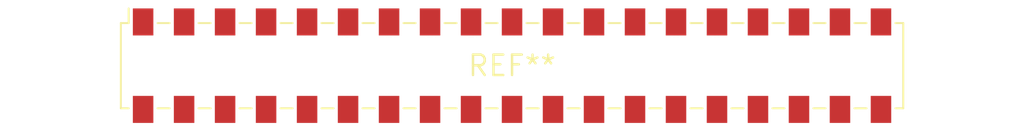
<source format=kicad_pcb>
(kicad_pcb (version 20240108) (generator pcbnew)
  (layers (0 "F.Cu" signal) (31 "B.Cu" signal) (34 "B.Paste" user) (35 "F.Paste" user) (36 "B.SilkS" user "B.Silkscreen") (37 "F.SilkS" user "F.Silkscreen") (38 "B.Mask" user) (39 "F.Mask" user) (44 "Edge.Cuts" user))
  (net 0 "")
  (footprint "Samtec_HLE-119-02-xxx-DV-BE-LC_2x19_P2.54mm_Horizontal" (layer "F.Cu") (at 0 0)
    (property "Reference" "REF**")
    (property "Value" "Samtec_HLE-119-02-xxx-DV-BE-LC_2x19_P2.54mm_Horizontal")
    (fp_line (start -24.24 -2.65) (end -24.24 2.65) (layer "F.SilkS") (stroke (width 0.12)))
    (fp_line (start -24.24 2.65) (end -23.755 2.65) (layer "F.SilkS") (stroke (width 0.12)))
    (fp_line (start -23.755 -3.56) (end -23.755 -2.65) (layer "F.SilkS") (stroke (width 0.12)))
    (fp_line (start -23.755 -2.65) (end -24.24 -2.65) (layer "F.SilkS") (stroke (width 0.12)))
    (fp_line (start -21.965 -2.65) (end -21.215 -2.65) (layer "F.SilkS") (stroke (width 0.12)))
    (fp_line (start -21.965 2.65) (end -21.215 2.65) (layer "F.SilkS") (stroke (width 0.12)))
    (fp_line (start -19.425 -2.65) (end -18.675 -2.65) (layer "F.SilkS") (stroke (width 0.12)))
    (fp_line (start -19.425 2.65) (end -18.675 2.65) (layer "F.SilkS") (stroke (width 0.12)))
    (fp_line (start -16.885 -2.65) (end -16.135 -2.65) (layer "F.SilkS") (stroke (width 0.12)))
    (fp_line (start -16.885 2.65) (end -16.135 2.65) (layer "F.SilkS") (stroke (width 0.12)))
    (fp_line (start -14.345 -2.65) (end -13.595 -2.65) (layer "F.SilkS") (stroke (width 0.12)))
    (fp_line (start -14.345 2.65) (end -13.595 2.65) (layer "F.SilkS") (stroke (width 0.12)))
    (fp_line (start -11.805 -2.65) (end -11.055 -2.65) (layer "F.SilkS") (stroke (width 0.12)))
    (fp_line (start -11.805 2.65) (end -11.055 2.65) (layer "F.SilkS") (stroke (width 0.12)))
    (fp_line (start -9.265 -2.65) (end -8.515 -2.65) (layer "F.SilkS") (stroke (width 0.12)))
    (fp_line (start -9.265 2.65) (end -8.515 2.65) (layer "F.SilkS") (stroke (width 0.12)))
    (fp_line (start -6.725 -2.65) (end -5.975 -2.65) (layer "F.SilkS") (stroke (width 0.12)))
    (fp_line (start -6.725 2.65) (end -5.975 2.65) (layer "F.SilkS") (stroke (width 0.12)))
    (fp_line (start -4.185 -2.65) (end -3.435 -2.65) (layer "F.SilkS") (stroke (width 0.12)))
    (fp_line (start -4.185 2.65) (end -3.435 2.65) (layer "F.SilkS") (stroke (width 0.12)))
    (fp_line (start -1.645 -2.65) (end -0.895 -2.65) (layer "F.SilkS") (stroke (width 0.12)))
    (fp_line (start -1.645 2.65) (end -0.895 2.65) (layer "F.SilkS") (stroke (width 0.12)))
    (fp_line (start 0.895 -2.65) (end 1.645 -2.65) (layer "F.SilkS") (stroke (width 0.12)))
    (fp_line (start 0.895 2.65) (end 1.645 2.65) (layer "F.SilkS") (stroke (width 0.12)))
    (fp_line (start 3.435 -2.65) (end 4.185 -2.65) (layer "F.SilkS") (stroke (width 0.12)))
    (fp_line (start 3.435 2.65) (end 4.185 2.65) (layer "F.SilkS") (stroke (width 0.12)))
    (fp_line (start 5.975 -2.65) (end 6.725 -2.65) (layer "F.SilkS") (stroke (width 0.12)))
    (fp_line (start 5.975 2.65) (end 6.725 2.65) (layer "F.SilkS") (stroke (width 0.12)))
    (fp_line (start 8.515 -2.65) (end 9.265 -2.65) (layer "F.SilkS") (stroke (width 0.12)))
    (fp_line (start 8.515 2.65) (end 9.265 2.65) (layer "F.SilkS") (stroke (width 0.12)))
    (fp_line (start 11.055 -2.65) (end 11.805 -2.65) (layer "F.SilkS") (stroke (width 0.12)))
    (fp_line (start 11.055 2.65) (end 11.805 2.65) (layer "F.SilkS") (stroke (width 0.12)))
    (fp_line (start 13.595 -2.65) (end 14.345 -2.65) (layer "F.SilkS") (stroke (width 0.12)))
    (fp_line (start 13.595 2.65) (end 14.345 2.65) (layer "F.SilkS") (stroke (width 0.12)))
    (fp_line (start 16.135 -2.65) (end 16.885 -2.65) (layer "F.SilkS") (stroke (width 0.12)))
    (fp_line (start 16.135 2.65) (end 16.885 2.65) (layer "F.SilkS") (stroke (width 0.12)))
    (fp_line (start 18.675 -2.65) (end 19.425 -2.65) (layer "F.SilkS") (stroke (width 0.12)))
    (fp_line (start 18.675 2.65) (end 19.425 2.65) (layer "F.SilkS") (stroke (width 0.12)))
    (fp_line (start 21.215 -2.65) (end 21.965 -2.65) (layer "F.SilkS") (stroke (width 0.12)))
    (fp_line (start 21.215 2.65) (end 21.965 2.65) (layer "F.SilkS") (stroke (width 0.12)))
    (fp_line (start 23.755 -2.65) (end 24.24 -2.65) (layer "F.SilkS") (stroke (width 0.12)))
    (fp_line (start 24.24 -2.65) (end 24.24 2.65) (layer "F.SilkS") (stroke (width 0.12)))
    (fp_line (start 24.24 2.65) (end 23.755 2.65) (layer "F.SilkS") (stroke (width 0.12)))
    (pad "" np_thru_hole circle (at -22.86 -1.27) (size 0.97 0.97) (drill 0.97) (layers *.Cu *.Mask))
    (pad "" np_thru_hole circle (at -22.86 1.27) (size 0.97 0.97) (drill 0.97) (layers *.Cu *.Mask))
    (pad "" np_thru_hole circle (at -21.59 0) (size 1.19 1.19) (drill 1.19) (layers *.Cu *.Mask))
    (pad "" np_thru_hole circle (at -20.32 -1.27) (size 0.97 0.97) (drill 0.97) (layers *.Cu *.Mask))
    (pad "" np_thru_hole circle (at -20.32 1.27) (size 0.97 0.97) (drill 0.97) (layers *.Cu *.Mask))
    (pad "" np_thru_hole circle (at -17.78 -1.27) (size 0.97 0.97) (drill 0.97) (layers *.Cu *.Mask))
    (pad "" np_thru_hole circle (at -17.78 1.27) (size 0.97 0.97) (drill 0.97) (layers *.Cu *.Mask))
    (pad "" np_thru_hole circle (at -15.24 -1.27) (size 0.97 0.97) (drill 0.97) (layers *.Cu *.Mask))
    (pad "" np_thru_hole circle (at -15.24 1.27) (size 0.97 0.97) (drill 0.97) (layers *.Cu *.Mask))
    (pad "" np_thru_hole circle (at -12.7 -1.27) (size 0.97 0.97) (drill 0.97) (layers *.Cu *.Mask))
    (pad "" np_thru_hole circle (at -12.7 1.27) (size 0.97 0.97) (drill 0.97) (layers *.Cu *.Mask))
    (pad "" np_thru_hole circle (at -10.16 -1.27) (size 0.97 0.97) (drill 0.97) (layers *.Cu *.Mask))
    (pad "" np_thru_hole circle (at -10.16 1.27) (size 0.97 0.97) (drill 0.97) (layers *.Cu *.Mask))
    (pad "" np_thru_hole circle (at -7.62 -1.27) (size 0.97 0.97) (drill 0.97) (layers *.Cu *.Mask))
    (pad "" np_thru_hole circle (at -7.62 1.27) (size 0.97 0.97) (drill 0.97) (layers *.Cu *.Mask))
    (pad "" np_thru_hole circle (at -5.08 -1.27) (size 0.97 0.97) (drill 0.97) (layers *.Cu *.Mask))
    (pad "" np_thru_hole circle (at -5.08 1.27) (size 0.97 0.97) (drill 0.97) (layers *.Cu *.Mask))
    (pad "" np_thru_hole circle (at -2.54 -1.27) (size 0.97 0.97) (drill 0.97) (layers *.Cu *.Mask))
    (pad "" np_thru_hole circle (at -2.54 1.27) (size 0.97 0.97) (drill 0.97) (layers *.Cu *.Mask))
    (pad "" np_thru_hole circle (at 0 -1.27) (size 0.97 0.97) (drill 0.97) (layers *.Cu *.Mask))
    (pad "" np_thru_hole circle (at 0 1.27) (size 0.97 0.97) (drill 0.97) (layers *.Cu *.Mask))
    (pad "" np_thru_hole circle (at 2.54 -1.27) (size 0.97 0.97) (drill 0.97) (layers *.Cu *.Mask))
    (pad "" np_thru_hole circle (at 2.54 1.27) (size 0.97 0.97) (drill 0.97) (layers *.Cu *.Mask))
    (pad "" np_thru_hole circle (at 5.08 -1.27) (size 0.97 0.97) (drill 0.97) (layers *.Cu *.Mask))
    (pad "" np_thru_hole circle (at 5.08 1.27) (size 0.97 0.97) (drill 0.97) (layers *.Cu *.Mask))
    (pad "" np_thru_hole circle (at 7.62 -1.27) (size 0.97 0.97) (drill 0.97) (layers *.Cu *.Mask))
    (pad "" np_thru_hole circle (at 7.62 1.27) (size 0.97 0.97) (drill 0.97) (layers *.Cu *.Mask))
    (pad "" np_thru_hole circle (at 10.16 -1.27) (size 0.97 0.97) (drill 0.97) (layers *.Cu *.Mask))
    (pad "" np_thru_hole circle (at 10.16 1.27) (size 0.97 0.97) (drill 0.97) (layers *.Cu *.Mask))
    (pad "" np_thru_hole circle (at 12.7 -1.27) (size 0.97 0.97) (drill 0.97) (layers *.Cu *.Mask))
    (pad "" np_thru_hole circle (at 12.7 1.27) (size 0.97 0.97) (drill 0.97) (layers *.Cu *.Mask))
    (pad "" np_thru_hole circle (at 15.24 -1.27) (size 0.97 0.97) (drill 0.97) (layers *.Cu *.Mask))
    (pad "" np_thru_hole circle (at 15.24 1.27) (size 0.97 0.97) (drill 0.97) (layers *.Cu *.Mask))
    (pad "" np_thru_hole circle (at 17.78 -1.27) (size 0.97 0.97) (drill 0.97) (layers *.Cu *.Mask))
    (pad "" np_thru_hole circle (at 17.78 1.27) (size 0.97 0.97) (drill 0.97) (layers *.Cu *.Mask))
    (pad "" np_thru_hole circle (at 20.32 -1.27) (size 0.97 0.97) (drill 0.97) (layers *.Cu *.Mask))
    (pad "" np_thru_hole circle (at 20.32 1.27) (size 0.97 0.97) (drill 0.97) (layers *.Cu *.Mask))
    (pad "" np_thru_hole circle (at 21.59 0) (size 1.19 1.19) (drill 1.19) (layers *.Cu *.Mask))
    (pad "" np_thru_hole circle (at 22.86 -1.27) (size 0.97 0.97) (drill 0.97) (layers *.Cu *.Mask))
    (pad "" np_thru_hole circle (at 22.86 1.27) (size 0.97 0.97) (drill 0.97) (layers *.Cu *.Mask))
    (pad "1" smd rect (at -22.86 -2.72) (size 1.27 1.68) (layers "F.Cu" "F.Paste" "F.Mask"))
    (pad "2" smd rect (at -22.86 2.72) (size 1.27 1.68) (layers "F.Cu" "F.Paste" "F.Mask"))
    (pad "3" smd rect (at -20.32 -2.72) (size 1.27 1.68) (layers "F.Cu" "F.Paste" "F.Mask"))
    (pad "4" smd rect (at -20.32 2.72) (size 1.27 1.68) (layers "F.Cu" "F.Paste" "F.Mask"))
    (pad "5" smd rect (at -17.78 -2.72) (size 1.27 1.68) (layers "F.Cu" "F.Paste" "F.Mask"))
    (pad "6" smd rect (at -17.78 2.72) (size 1.27 1.68) (layers "F.Cu" "F.Paste" "F.Mask"))
    (pad "7" smd rect (at -15.24 -2.72) (size 1.27 1.68) (layers "F.Cu" "F.Paste" "F.Mask"))
    (pad "8" smd rect (at -15.24 2.72) (size 1.27 1.68) (layers "F.Cu" "F.Paste" "F.Mask"))
    (pad "9" smd rect (at -12.7 -2.72) (size 1.27 1.68) (layers "F.Cu" "F.Paste" "F.Mask"))
    (pad "10" smd rect (at -12.7 2.72) (size 1.27 1.68) (layers "F.Cu" "F.Paste" "F.Mask"))
    (pad "11" smd rect (at -10.16 -2.72) (size 1.27 1.68) (layers "F.Cu" "F.Paste" "F.Mask"))
    (pad "12" smd rect (at -10.16 2.72) (size 1.27 1.68) (layers "F.Cu" "F.Paste" "F.Mask"))
    (pad "13" smd rect (at -7.62 -2.72) (size 1.27 1.68) (layers "F.Cu" "F.Paste" "F.Mask"))
    (pad "14" smd rect (at -7.62 2.72) (size 1.27 1.68) (layers "F.Cu" "F.Paste" "F.Mask"))
    (pad "15" smd rect (at -5.08 -2.72) (size 1.27 1.68) (layers "F.Cu" "F.Paste" "F.Mask"))
    (pad "16" smd rect (at -5.08 2.72) (size 1.27 1.68) (layers "F.Cu" "F.Paste" "F.Mask"))
    (pad "17" smd rect (at -2.54 -2.72) (size 1.27 1.68) (layers "F.Cu" "F.Paste" "F.Mask"))
    (pad "18" smd rect (at -2.54 2.72) (size 1.27 1.68) (layers "F.Cu" "F.Paste" "F.Mask"))
    (pad "19" smd rect (at 0 -2.72) (size 1.27 1.68) (layers "F.Cu" "F.Paste" "F.Mask"))
    (pad "20" smd rect (at 0 2.72) (size 1.27 1.68) (layers "F.Cu" "F.Paste" "F.Mask"))
    (pad "21" smd rect (at 2.54 -2.72) (size 1.27 1.68) (layers "F.Cu" "F.Paste" "F.Mask"))
    (pad "22" smd rect (at 2.54 2.72) (size 1.27 1.68) (layers "F.Cu" "F.Paste" "F.Mask"))
    (pad "23" smd rect (at 5.08 -2.72) (size 1.27 1.68) (layers "F.Cu" "F.Paste" "F.Mask"))
    (pad "24" smd rect (at 5.08 2.72) (size 1.27 1.68) (layers "F.Cu" "F.Paste" "F.Mask"))
    (pad "25" smd rect (at 7.62 -2.72) (size 1.27 1.68) (layers "F.Cu" "F.Paste" "F.Mask"))
    (pad "26" smd rect (at 7.62 2.72) (size 1.27 1.68) (layers "F.Cu" "F.Paste" "F.Mask"))
    (pad "27" smd rect (at 10.16 -2.72) (size 1.27 1.68) (layers "F.Cu" "F.Paste" "F.Mask"))
    (pad "28" smd rect (at 10.16 2.72) (size 1.27 1.68) (layers "F.Cu" "F.Paste" "F.Mask"))
    (pad "29" smd rect (at 12.7 -2.72) (size 1.27 1.68) (layers "F.Cu" "F.Paste" "F.Mask"))
    (pad "30" smd rect (at 12.7 2.72) (size 1.27 1.68) (layers "F.Cu" "F.Paste" "F.Mask"))
    (pad "31" smd rect (at 15.24 -2.72) (size 1.27 1.68) (layers "F.Cu" "F.Paste" "F.Mask"))
    (pad "32" smd rect (at 15.24 2.72) (size 1.27 1.68) (layers "F.Cu" "F.Paste" "F.Mask"))
    (pad "33" smd rect (at 17.78 -2.72) (size 1.27 1.68) (layers "F.Cu" "F.Paste" "F.Mask"))
    (pad "34" smd rect (at 17.78 2.72) (size 1.27 1.68) (layers "F.Cu" "F.Paste" "F.Mask"))
    (pad "35" smd rect (at 20.32 -2.72) (size 1.27 1.68) (layers "F.Cu" "F.Paste" "F.Mask"))
    (pad "36" smd rect (at 20.32 2.72) (size 1.27 1.68) (layers "F.Cu" "F.Paste" "F.Mask"))
    (pad "37" smd rect (at 22.86 -2.72) (size 1.27 1.68) (layers "F.Cu" "F.Paste" "F.Mask"))
    (pad "38" smd rect (at 22.86 2.72) (size 1.27 1.68) (layers "F.Cu" "F.Paste" "F.Mask"))
  )
)
</source>
